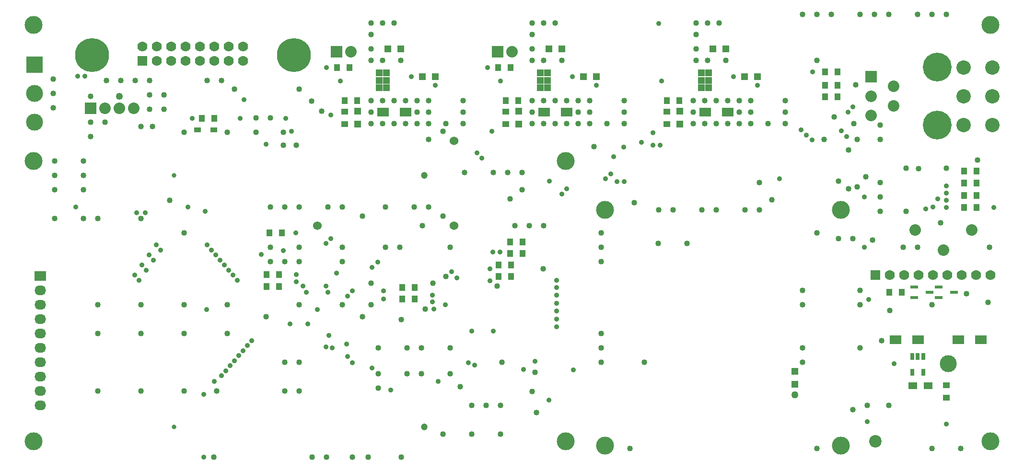
<source format=gbr>
G04 #@! TF.FileFunction,Soldermask,Bot*
%FSLAX46Y46*%
G04 Gerber Fmt 4.6, Leading zero omitted, Abs format (unit mm)*
G04 Created by KiCad (PCBNEW 4.0.7) date Thu Apr 25 18:18:31 2019*
%MOMM*%
%LPD*%
G01*
G04 APERTURE LIST*
%ADD10C,0.100000*%
%ADD11C,1.016000*%
%ADD12C,3.000000*%
%ADD13C,3.175000*%
%ADD14R,1.778000X1.778000*%
%ADD15C,2.200000*%
%ADD16C,1.778000*%
%ADD17C,2.540000*%
%ADD18R,2.000000X1.600000*%
%ADD19C,5.080000*%
%ADD20R,3.000000X3.000000*%
%ADD21C,2.040000*%
%ADD22R,2.040000X2.040000*%
%ADD23C,1.250000*%
%ADD24R,1.300000X1.300000*%
%ADD25R,2.032000X2.032000*%
%ADD26O,2.032000X2.032000*%
%ADD27C,1.200000*%
%ADD28C,0.800000*%
%ADD29C,2.032000*%
%ADD30R,2.032000X1.727200*%
%ADD31O,2.032000X1.727200*%
%ADD32C,6.000000*%
%ADD33R,1.400000X0.600000*%
%ADD34R,1.000000X1.300000*%
%ADD35R,1.300000X1.000000*%
%ADD36R,1.250000X1.300000*%
%ADD37R,1.300000X1.250000*%
%ADD38R,1.500000X1.300000*%
%ADD39R,0.700000X1.200000*%
%ADD40R,1.260000X0.830000*%
%ADD41C,0.889000*%
%ADD42C,1.524000*%
%ADD43C,1.270000*%
G04 APERTURE END LIST*
D10*
D11*
X264160000Y-189230000D03*
X254000000Y-214630000D03*
X264922000Y-214630000D03*
X256540000Y-201168000D03*
X229870000Y-180340000D03*
X246380000Y-201168000D03*
D12*
X355892000Y-228927000D03*
D11*
X218440000Y-200025000D03*
X226695000Y-233680000D03*
X248920000Y-218440000D03*
X355600000Y-194310000D03*
D13*
X363347000Y-242570000D03*
D14*
X343027000Y-213217000D03*
D15*
X343027000Y-242570000D03*
D16*
X345567000Y-213217000D03*
X348107000Y-213217000D03*
X350647000Y-213217000D03*
X353187000Y-213217000D03*
X355727000Y-213217000D03*
X358267000Y-213217000D03*
X360807000Y-213217000D03*
X363347000Y-213217000D03*
D11*
X345440000Y-236220000D03*
X359156000Y-216535000D03*
X238506000Y-190246000D03*
X243459000Y-182499000D03*
X280670000Y-198120000D03*
X293370000Y-190500000D03*
X334010000Y-189230000D03*
X332740000Y-175260000D03*
X339598000Y-179578000D03*
X233680000Y-185420000D03*
X322580000Y-201676000D03*
X320040000Y-201676000D03*
X312420000Y-201676000D03*
X363220000Y-208280000D03*
X255270000Y-230632000D03*
X332740000Y-243840000D03*
X299720000Y-243840000D03*
X339090000Y-206756000D03*
X336550000Y-206756000D03*
X241300000Y-201168000D03*
X238760000Y-201168000D03*
X236220000Y-201168000D03*
X248920000Y-201168000D03*
X227584000Y-178816000D03*
X225044000Y-178816000D03*
X204470000Y-181610000D03*
X304673000Y-207645000D03*
X309753000Y-207645000D03*
X344170000Y-224790000D03*
X358140000Y-243840000D03*
X353060000Y-243840000D03*
X228600000Y-218440000D03*
X228600000Y-223520000D03*
X330200000Y-218440000D03*
X220980000Y-233680000D03*
X213360000Y-233680000D03*
X205740000Y-233680000D03*
X205740000Y-218440000D03*
X213360000Y-218440000D03*
X213360000Y-223520000D03*
X220980000Y-223520000D03*
X205740000Y-223520000D03*
X250698000Y-245364000D03*
X246126000Y-245364000D03*
X255270000Y-226060000D03*
X304800000Y-201676000D03*
X307340000Y-201676000D03*
X314960000Y-201676000D03*
X322571329Y-196858671D03*
D17*
X358648000Y-176530000D03*
X358648000Y-181610000D03*
X358648000Y-186690000D03*
X363728000Y-186690000D03*
X363728000Y-176530000D03*
D11*
X284353000Y-212090000D03*
X267970000Y-208280000D03*
X259080000Y-208280000D03*
X256540000Y-208280000D03*
X248920000Y-208280000D03*
X340360000Y-167132000D03*
X341630000Y-236220000D03*
X340360000Y-226060000D03*
X340360000Y-218440000D03*
X340360000Y-215900000D03*
X302260000Y-228600000D03*
X330200000Y-215900000D03*
X330200000Y-226060000D03*
X330200000Y-228600000D03*
X332740000Y-205740000D03*
X236220000Y-185420000D03*
X241300000Y-180340000D03*
X245237000Y-184277000D03*
X277114000Y-228600000D03*
X276860000Y-241300000D03*
X266700000Y-241300000D03*
X271780000Y-241300000D03*
X271780000Y-236220000D03*
X274320000Y-236220000D03*
X276860000Y-236220000D03*
X267970000Y-226060000D03*
X267970000Y-230632000D03*
X263525000Y-219202000D03*
X254000000Y-218440000D03*
X261620000Y-201168000D03*
X264160000Y-201168000D03*
X220980000Y-187960000D03*
X228600000Y-187960000D03*
X233680000Y-187960000D03*
X238506000Y-187960000D03*
X240792000Y-190246000D03*
X279400000Y-204470000D03*
X270510000Y-195072000D03*
X294640000Y-223520000D03*
X294640000Y-228600000D03*
X294640000Y-226060000D03*
X294640000Y-210820000D03*
X294640000Y-208280000D03*
X294640000Y-205740000D03*
X281940000Y-204470000D03*
X284480000Y-204470000D03*
X280670000Y-195072000D03*
X278130000Y-195072000D03*
X275590000Y-195072000D03*
X260350000Y-226060000D03*
X262890000Y-226060000D03*
X262890000Y-230632000D03*
X260350000Y-230632000D03*
X248920000Y-210820000D03*
X220980000Y-218440000D03*
X220980000Y-205740000D03*
X255270000Y-233172000D03*
X241300000Y-233680000D03*
X238760000Y-233680000D03*
X238760000Y-228600000D03*
X241300000Y-228600000D03*
X241300000Y-218440000D03*
X236220000Y-208280000D03*
X241300000Y-208280000D03*
X236220000Y-210820000D03*
X238760000Y-210820000D03*
X241300000Y-210820000D03*
X353060000Y-218440000D03*
X354584000Y-203962000D03*
X347980000Y-208280000D03*
X350520000Y-208280000D03*
X355600000Y-167132000D03*
X353060000Y-167132000D03*
X350520000Y-167132000D03*
X345440000Y-167132000D03*
X342900000Y-167132000D03*
X335280000Y-167132000D03*
X332740000Y-167132000D03*
X330200000Y-167132000D03*
X348488000Y-194310000D03*
X348488000Y-201930000D03*
X336550000Y-196596000D03*
X339852000Y-197612000D03*
X341376000Y-195834000D03*
X343916000Y-201930000D03*
X343916000Y-199390000D03*
X343916000Y-196850000D03*
X343916000Y-186690000D03*
X343916000Y-189230000D03*
X339852000Y-189230000D03*
X207264000Y-178816000D03*
X209804000Y-178816000D03*
X212344000Y-178816000D03*
X214884000Y-178816000D03*
X214884000Y-181356000D03*
X217424000Y-181356000D03*
X214884000Y-183896000D03*
X217424000Y-183896000D03*
X215392000Y-186944000D03*
X213360000Y-186944000D03*
X198120000Y-203200000D03*
X203200000Y-203200000D03*
X205740000Y-203200000D03*
X203200000Y-198120000D03*
X203200000Y-195580000D03*
X203200000Y-193040000D03*
X207010000Y-186182000D03*
X204470000Y-186182000D03*
X204470000Y-188722000D03*
X198120000Y-198120000D03*
X198120000Y-195580000D03*
X198120000Y-193040000D03*
X197866000Y-178562000D03*
X197866000Y-183642000D03*
D13*
X288315400Y-242570000D03*
X288315400Y-193040000D03*
X194335400Y-193040000D03*
X194335400Y-242570000D03*
X363347000Y-169037000D03*
D18*
X346615000Y-224663000D03*
X350615000Y-224663000D03*
X361664000Y-224663000D03*
X357664000Y-224663000D03*
X260064000Y-184404000D03*
X256064000Y-184404000D03*
X316960000Y-184404000D03*
X312960000Y-184404000D03*
X288512000Y-184404000D03*
X284512000Y-184404000D03*
D19*
X353974400Y-186753500D03*
X353974400Y-176466500D03*
D20*
X194564000Y-176022000D03*
D12*
X194564000Y-181102000D03*
X194564000Y-186182000D03*
D21*
X212090000Y-183769000D03*
X209550000Y-183769000D03*
D22*
X204470000Y-183769000D03*
D21*
X207010000Y-183769000D03*
D23*
X209550000Y-181609000D03*
D24*
X313578000Y-180116000D03*
X313578000Y-177516000D03*
X312278000Y-180116000D03*
X312278000Y-177516000D03*
X312278000Y-178816000D03*
X313578000Y-178816000D03*
X285130000Y-180116000D03*
X285130000Y-177516000D03*
X283830000Y-180116000D03*
X283830000Y-177516000D03*
X283830000Y-178816000D03*
X285130000Y-178816000D03*
X256682000Y-180116000D03*
X256682000Y-177516000D03*
X255382000Y-180116000D03*
X255382000Y-177516000D03*
X255382000Y-178816000D03*
X256682000Y-178816000D03*
D25*
X276352000Y-173736000D03*
D26*
X278892000Y-173736000D03*
D25*
X247904000Y-173736000D03*
D26*
X250444000Y-173736000D03*
D27*
X263347200Y-195592700D03*
D28*
X219147200Y-195592700D03*
D27*
X263347200Y-240042700D03*
D28*
X219147200Y-240042700D03*
D13*
X194335400Y-169037000D03*
X336931000Y-243332000D03*
X295275000Y-243332000D03*
X295275000Y-201676000D03*
X336931000Y-201676000D03*
D11*
X197866000Y-181102000D03*
D17*
X363728000Y-181610000D03*
D29*
X342239600Y-181610000D03*
D25*
X342239600Y-178206400D03*
D29*
X342239600Y-185013600D03*
X346240100Y-183311800D03*
X346240100Y-179908200D03*
D30*
X195580000Y-213360000D03*
D31*
X195580000Y-215900000D03*
X195580000Y-218440000D03*
X195580000Y-220980000D03*
X195580000Y-223520000D03*
X195580000Y-226060000D03*
X195580000Y-228600000D03*
X195580000Y-231140000D03*
X195580000Y-233680000D03*
X195580000Y-236220000D03*
D21*
X355092000Y-208832000D03*
X350092000Y-205232000D03*
X360092000Y-205232000D03*
D32*
X204704000Y-174387000D03*
X240304000Y-174387000D03*
D14*
X213614000Y-175387000D03*
D16*
X213614000Y-172847000D03*
X216154000Y-175387000D03*
X216154000Y-172847000D03*
X218694000Y-175387000D03*
X218694000Y-172847000D03*
X221234000Y-175387000D03*
X221234000Y-172847000D03*
X223774000Y-175387000D03*
X223774000Y-172847000D03*
X226314000Y-175387000D03*
X226314000Y-172847000D03*
X228854000Y-175387000D03*
X228854000Y-172847000D03*
X231394000Y-175387000D03*
X231394000Y-172847000D03*
D33*
X354250000Y-217231000D03*
X354250000Y-215331000D03*
X356950000Y-216281000D03*
X349932000Y-217231000D03*
X349932000Y-215331000D03*
X352632000Y-216281000D03*
D34*
X259504000Y-217424000D03*
X261704000Y-217424000D03*
X259504000Y-215392000D03*
X261704000Y-215392000D03*
X238209000Y-205740000D03*
X236009000Y-205740000D03*
X336380000Y-179705000D03*
X334180000Y-179705000D03*
X336380000Y-181737000D03*
X334180000Y-181737000D03*
X336380000Y-177292000D03*
X334180000Y-177292000D03*
X345483000Y-216281000D03*
X347683000Y-216281000D03*
X226271000Y-185547000D03*
X224071000Y-185547000D03*
X276395000Y-176530000D03*
X278595000Y-176530000D03*
X247947000Y-176530000D03*
X250147000Y-176530000D03*
D35*
X306197000Y-184320000D03*
X306197000Y-186520000D03*
D34*
X308440000Y-182372000D03*
X306240000Y-182372000D03*
D35*
X277749000Y-184320000D03*
X277749000Y-186520000D03*
D34*
X279992000Y-182372000D03*
X277792000Y-182372000D03*
D35*
X249301000Y-184320000D03*
X249301000Y-186520000D03*
D34*
X251544000Y-182372000D03*
X249344000Y-182372000D03*
X235501000Y-215265000D03*
X237701000Y-215265000D03*
X235501000Y-213106000D03*
X237701000Y-213106000D03*
X278554000Y-207391000D03*
X280754000Y-207391000D03*
X278554000Y-209423000D03*
X280754000Y-209423000D03*
X358691000Y-194818000D03*
X360891000Y-194818000D03*
X358691000Y-196977000D03*
X360891000Y-196977000D03*
X358691000Y-199136000D03*
X360891000Y-199136000D03*
X360891000Y-201295000D03*
X358691000Y-201295000D03*
X278722000Y-213487000D03*
X276522000Y-213487000D03*
X278722000Y-211455000D03*
X276522000Y-211455000D03*
D36*
X251587000Y-184270000D03*
X251587000Y-186570000D03*
X280035000Y-184270000D03*
X280035000Y-186570000D03*
X308483000Y-184270000D03*
X308483000Y-186570000D03*
D37*
X265310000Y-178181000D03*
X263010000Y-178181000D03*
X293758000Y-178181000D03*
X291458000Y-178181000D03*
X322206000Y-178181000D03*
X319906000Y-178181000D03*
X256914000Y-173228000D03*
X259214000Y-173228000D03*
X285362000Y-173228000D03*
X287662000Y-173228000D03*
X314318000Y-173228000D03*
X316618000Y-173228000D03*
D36*
X328803000Y-230244000D03*
X328803000Y-232544000D03*
D38*
X349678000Y-232791000D03*
X352378000Y-232791000D03*
D39*
X349570000Y-227581000D03*
X350520000Y-227581000D03*
X351470000Y-227581000D03*
X351470000Y-230381000D03*
X349570000Y-230381000D03*
D35*
X355600000Y-234907000D03*
X355600000Y-232707000D03*
D40*
X226220000Y-187579000D03*
X223360000Y-187579000D03*
D11*
X339090000Y-236982000D03*
X269748000Y-232918000D03*
X283210000Y-237490000D03*
X282956056Y-230378000D03*
X282448000Y-233807006D03*
X286512000Y-168656000D03*
X284480000Y-168656000D03*
X282448000Y-168656000D03*
X314960000Y-186436000D03*
X312928000Y-186436000D03*
X310896000Y-186436000D03*
X286512000Y-186436000D03*
X284480000Y-186436000D03*
X282448000Y-186436000D03*
X254000000Y-186436000D03*
X256032000Y-186436000D03*
X258064000Y-186436000D03*
X315468000Y-168656000D03*
X313436000Y-168656000D03*
X311404000Y-168656000D03*
X311404000Y-170688000D03*
X313436000Y-175260000D03*
X311404000Y-175260000D03*
X311404000Y-173228000D03*
X314960000Y-182372000D03*
X312928000Y-182372000D03*
X310896000Y-182372000D03*
X310896000Y-184404000D03*
X286512000Y-182372000D03*
X284480000Y-182372000D03*
X282448000Y-182372000D03*
X282448000Y-184404000D03*
X282448000Y-170688000D03*
X284480000Y-175260000D03*
X282448000Y-175260000D03*
X282448000Y-173228000D03*
X254000000Y-168655992D03*
X258064000Y-168656000D03*
X256032000Y-168656000D03*
X254000000Y-170688000D03*
X256032000Y-175260000D03*
X254000000Y-175260000D03*
X254000000Y-173228000D03*
X258064000Y-182372000D03*
X256032000Y-182372000D03*
X254000000Y-182372000D03*
X254000000Y-184404000D03*
X361061000Y-192913000D03*
X267208000Y-213487000D03*
X300482000Y-200406000D03*
X338328000Y-191135000D03*
X235458000Y-220599000D03*
X266700000Y-187833000D03*
D41*
X275336000Y-187833000D03*
D11*
X253492000Y-245364000D03*
X259334000Y-245364000D03*
X338328000Y-197993000D03*
X259334000Y-221107000D03*
X252476006Y-202818980D03*
X266700000Y-202818980D03*
X213360000Y-203200000D03*
X324739000Y-199898000D03*
X298704000Y-182372000D03*
X298704000Y-184404000D03*
X298704000Y-186436000D03*
X292608000Y-182372000D03*
X292608000Y-184404000D03*
X292608000Y-186436000D03*
X295656000Y-186436000D03*
X288544000Y-186436000D03*
X290576000Y-186436000D03*
X288544000Y-182372000D03*
X290576000Y-182372000D03*
X290576000Y-184404000D03*
X276225000Y-215138000D03*
X252476000Y-220598978D03*
X263017000Y-204470000D03*
D42*
X268605000Y-204470000D03*
X244475000Y-204470000D03*
D41*
X244475000Y-219329000D03*
X224917000Y-219329000D03*
D42*
X268605000Y-189484000D03*
D41*
X303784000Y-188087000D03*
D11*
X243586000Y-245364000D03*
X226187020Y-245364000D03*
X335788000Y-185293001D03*
X324104000Y-186436000D03*
X327152000Y-186436000D03*
X327152000Y-184404000D03*
X327152000Y-182372000D03*
X316992000Y-186436000D03*
X319024000Y-186436000D03*
X321056000Y-182372000D03*
X321056000Y-184404000D03*
X321056000Y-186436000D03*
X316992000Y-182372000D03*
X319024000Y-182372000D03*
X319024000Y-184404000D03*
X339217000Y-186436000D03*
X342519000Y-207010010D03*
X345567000Y-219456006D03*
D41*
X318008000Y-178181000D03*
X322199000Y-179705000D03*
X289560000Y-178181000D03*
X293751000Y-179705000D03*
X261112000Y-178181000D03*
X265303000Y-179705000D03*
X305308000Y-178943000D03*
X276860000Y-178943000D03*
X246888000Y-184912000D03*
D11*
X270256000Y-182372000D03*
X270256000Y-184404000D03*
X270256000Y-186436000D03*
X264160000Y-182372000D03*
X264160000Y-184404000D03*
X264160000Y-186436000D03*
X267208000Y-186436000D03*
X260096000Y-182372000D03*
X262128000Y-182372000D03*
X260096000Y-186436000D03*
X262128000Y-186436000D03*
X262128000Y-184404000D03*
D41*
X248539000Y-178943000D03*
X256159000Y-217424000D03*
X249808994Y-216916000D03*
X256159000Y-216027000D03*
X250698000Y-216027000D03*
X326136000Y-196215000D03*
X238506006Y-208915000D03*
X257429000Y-233553000D03*
X341630000Y-239141000D03*
X222377000Y-185547000D03*
X304800000Y-168783000D03*
X202184000Y-178054000D03*
X272669000Y-191643000D03*
X238887000Y-185547000D03*
X274574000Y-176530000D03*
X246126000Y-176530000D03*
X235458000Y-190119006D03*
X224663000Y-201930000D03*
X231521000Y-182245000D03*
X301752000Y-189738000D03*
X273558000Y-192532000D03*
X239903000Y-187833000D03*
X226314000Y-232029000D03*
X265811000Y-232029000D03*
X255143000Y-210947000D03*
X276733000Y-209169000D03*
X254127000Y-211836000D03*
X275463000Y-209169000D03*
X246888000Y-206756000D03*
X246380000Y-216281000D03*
X242570000Y-216281000D03*
X355600000Y-197485000D03*
X245999000Y-207645000D03*
X245999000Y-215138000D03*
X241935000Y-215138000D03*
X355600000Y-198755000D03*
X297434000Y-196723000D03*
X247142000Y-226060000D03*
X351917000Y-201549000D03*
X286766000Y-220980000D03*
X295402000Y-196215000D03*
X245999000Y-225933000D03*
X286766000Y-219583000D03*
X353187000Y-201168000D03*
X285496000Y-196596000D03*
X329946000Y-187579000D03*
X298577000Y-190627000D03*
X240665000Y-205740000D03*
X331978004Y-177292000D03*
X271780000Y-223139000D03*
X249809000Y-227584000D03*
X250698000Y-228727000D03*
X271145000Y-228727000D03*
X254127000Y-229616000D03*
X272288000Y-229108000D03*
X298704000Y-196723000D03*
X249682000Y-225425000D03*
X286765994Y-222377000D03*
X341122000Y-208280000D03*
X341122002Y-199390000D03*
X296291000Y-195326000D03*
X246507000Y-223901000D03*
X286766000Y-218186000D03*
X354076000Y-199771000D03*
D11*
X278511000Y-199771000D03*
X350647000Y-194437000D03*
D41*
X230886000Y-185547000D03*
X213487000Y-211455000D03*
X228092000Y-211455000D03*
X215519000Y-210566000D03*
X227330000Y-210566000D03*
X214757000Y-209677000D03*
X226568000Y-209677000D03*
X216789000Y-208788000D03*
X225806000Y-208788000D03*
X230378000Y-214122000D03*
X212979000Y-214122000D03*
X285369000Y-235331000D03*
X280923990Y-229870000D03*
X282956000Y-228473000D03*
X305054000Y-190246000D03*
X330835000Y-188468000D03*
X303784000Y-190246000D03*
X331851000Y-189357000D03*
D11*
X362966006Y-218059000D03*
D41*
X287655000Y-198882000D03*
X264795000Y-216789000D03*
X286766000Y-215392000D03*
X337947000Y-188722000D03*
X339090000Y-183515000D03*
X275590000Y-223138996D03*
X288544000Y-197993000D03*
X264795000Y-217932000D03*
X286766000Y-216789000D03*
X337058006Y-187706000D03*
X338201000Y-184404000D03*
X240792000Y-214376000D03*
X240792000Y-213106000D03*
X355600000Y-200024990D03*
X355600000Y-201294994D03*
X289687000Y-229997000D03*
D43*
X328803000Y-234422000D03*
D11*
X259207000Y-175260000D03*
X316611000Y-175260000D03*
X287655000Y-175260000D03*
D41*
X228854000Y-212344000D03*
X214249000Y-212344000D03*
X212217000Y-213233000D03*
X229616000Y-213233000D03*
X214122000Y-202184000D03*
X212598000Y-202184000D03*
X232918000Y-224790000D03*
X232156000Y-225679004D03*
X231394000Y-226568000D03*
X230632000Y-227457000D03*
X229870002Y-228345998D03*
X229108001Y-229234999D03*
X228346000Y-230124000D03*
X227584008Y-231013000D03*
X216027000Y-207899000D03*
X225044000Y-207899000D03*
X224409000Y-245364000D03*
X224409000Y-234315000D03*
X239649000Y-221869000D03*
X269113000Y-213741000D03*
X267081000Y-218440000D03*
X274955000Y-214248990D03*
X341884000Y-217551000D03*
X346329000Y-228854000D03*
X355600000Y-239522000D03*
X234569000Y-209550000D03*
X296799000Y-192278000D03*
X247904000Y-212852000D03*
X363982000Y-201295000D03*
X286766000Y-214122000D03*
X242824000Y-221869000D03*
X265049000Y-219202000D03*
X268224000Y-212598000D03*
X274955000Y-212090000D03*
X203454000Y-178054000D03*
X201803000Y-201168000D03*
X221615000Y-201167984D03*
M02*

</source>
